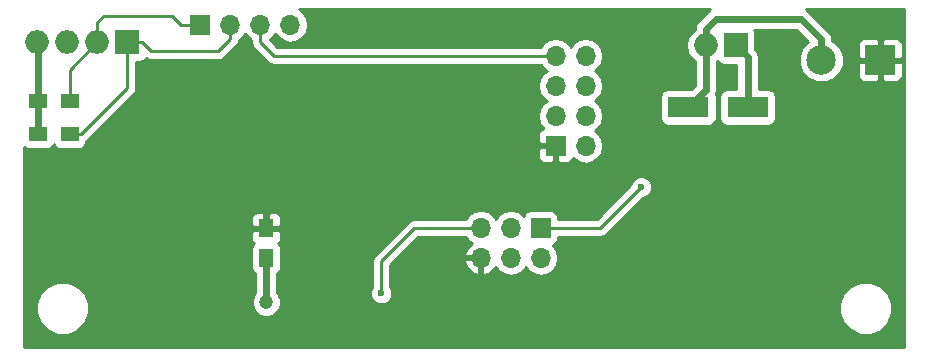
<source format=gbr>
G04 #@! TF.FileFunction,Copper,L2,Bot,Signal*
%FSLAX46Y46*%
G04 Gerber Fmt 4.6, Leading zero omitted, Abs format (unit mm)*
G04 Created by KiCad (PCBNEW 4.0.6-e0-6349~53~ubuntu16.04.1) date Tue Jun 20 20:26:24 2017*
%MOMM*%
%LPD*%
G01*
G04 APERTURE LIST*
%ADD10C,0.100000*%
%ADD11R,1.700000X1.700000*%
%ADD12O,1.700000X1.700000*%
%ADD13O,1.998980X1.998980*%
%ADD14R,1.998980X1.998980*%
%ADD15R,1.250000X1.500000*%
%ADD16R,1.500000X1.300000*%
%ADD17R,3.500000X1.800000*%
%ADD18R,2.500000X2.500000*%
%ADD19C,2.500000*%
%ADD20C,1.200000*%
%ADD21C,0.600000*%
%ADD22C,0.600000*%
%ADD23C,0.250000*%
%ADD24C,0.254000*%
G04 APERTURE END LIST*
D10*
D11*
X98750000Y-81250000D03*
D12*
X98750000Y-78710000D03*
X98750000Y-76170000D03*
X98750000Y-73630000D03*
X101290000Y-81250000D03*
X101290000Y-78710000D03*
X101290000Y-76170000D03*
X101290000Y-73630000D03*
D13*
X111460000Y-72750000D03*
D14*
X114000000Y-72750000D03*
D15*
X74250000Y-90750000D03*
X74250000Y-88250000D03*
D11*
X97500000Y-88210000D03*
D12*
X97500000Y-90750000D03*
X94960000Y-88210000D03*
X94960000Y-90750000D03*
X92420000Y-88210000D03*
X92420000Y-90750000D03*
D11*
X68670000Y-71000000D03*
D12*
X71210000Y-71000000D03*
X73750000Y-71000000D03*
X76290000Y-71000000D03*
D16*
X57600000Y-80250000D03*
X54900000Y-80250000D03*
X57600000Y-77500000D03*
X54900000Y-77500000D03*
D17*
X110000000Y-78000000D03*
X115000000Y-78000000D03*
D18*
X126250000Y-74000000D03*
D19*
X121250000Y-74000000D03*
D13*
X54880000Y-72500000D03*
D14*
X62500000Y-72500000D03*
D13*
X59960000Y-72500000D03*
X57420000Y-72500000D03*
D20*
X59000000Y-82250000D03*
X74250000Y-84250000D03*
X74250000Y-94500000D03*
D21*
X106000000Y-84750000D03*
X84000000Y-93750000D03*
D22*
X74250000Y-88250000D02*
X74250000Y-84250000D01*
X74250000Y-90750000D02*
X74250000Y-94500000D01*
X54900000Y-80250000D02*
X54900000Y-77500000D01*
X54900000Y-77500000D02*
X54900000Y-72520000D01*
X54900000Y-72520000D02*
X54880000Y-72500000D01*
D23*
X97500000Y-88210000D02*
X102540000Y-88210000D01*
X102540000Y-88210000D02*
X106000000Y-84750000D01*
X59960000Y-72500000D02*
X59960000Y-70790000D01*
X59960000Y-70790000D02*
X60500000Y-70250000D01*
X60500000Y-70250000D02*
X66250000Y-70250000D01*
X66250000Y-70250000D02*
X67000000Y-71000000D01*
X67000000Y-71000000D02*
X68670000Y-71000000D01*
X57600000Y-77500000D02*
X57600000Y-74860000D01*
X57600000Y-74860000D02*
X59960000Y-72500000D01*
X62500000Y-72500000D02*
X63749490Y-72500000D01*
X63749490Y-72500000D02*
X64499490Y-73250000D01*
X64499490Y-73250000D02*
X70162081Y-73250000D01*
X70162081Y-73250000D02*
X71210000Y-72202081D01*
X71210000Y-72202081D02*
X71210000Y-71000000D01*
X71210000Y-71000000D02*
X71210000Y-71710000D01*
X57600000Y-80250000D02*
X58600000Y-80250000D01*
X58600000Y-80250000D02*
X62500000Y-76350000D01*
X62500000Y-76350000D02*
X62500000Y-73749490D01*
X62500000Y-73749490D02*
X62500000Y-72500000D01*
X84000000Y-93750000D02*
X84000000Y-91000000D01*
X84000000Y-91000000D02*
X86790000Y-88210000D01*
X86790000Y-88210000D02*
X92420000Y-88210000D01*
D22*
X111460000Y-72750000D02*
X111460000Y-71336508D01*
X111460000Y-71336508D02*
X112296508Y-70500000D01*
X112296508Y-70500000D02*
X119500000Y-70500000D01*
X119500000Y-70500000D02*
X121250000Y-72250000D01*
X121250000Y-72250000D02*
X121250000Y-74000000D01*
X111460000Y-72750000D02*
X111460000Y-76540000D01*
X111460000Y-76540000D02*
X110000000Y-78000000D01*
D23*
X73750000Y-71000000D02*
X73750000Y-72500000D01*
X73750000Y-72500000D02*
X74880000Y-73630000D01*
X74880000Y-73630000D02*
X98750000Y-73630000D01*
D22*
X115000000Y-78000000D02*
X115000000Y-73750000D01*
X115000000Y-73750000D02*
X114000000Y-72750000D01*
D24*
G36*
X111635363Y-69838855D02*
X110798855Y-70675363D01*
X110596173Y-70978699D01*
X110525000Y-71336508D01*
X110525000Y-71425338D01*
X110272219Y-71594241D01*
X109917906Y-72124508D01*
X109793488Y-72750000D01*
X109917906Y-73375492D01*
X110272219Y-73905759D01*
X110525000Y-74074662D01*
X110525000Y-76152710D01*
X110225150Y-76452560D01*
X108250000Y-76452560D01*
X108014683Y-76496838D01*
X107798559Y-76635910D01*
X107653569Y-76848110D01*
X107602560Y-77100000D01*
X107602560Y-78900000D01*
X107646838Y-79135317D01*
X107785910Y-79351441D01*
X107998110Y-79496431D01*
X108250000Y-79547440D01*
X111750000Y-79547440D01*
X111985317Y-79503162D01*
X112201441Y-79364090D01*
X112346431Y-79151890D01*
X112397440Y-78900000D01*
X112397440Y-77100000D01*
X112353162Y-76864683D01*
X112335787Y-76837682D01*
X112395000Y-76540000D01*
X112395000Y-74074662D01*
X112437077Y-74046547D01*
X112536420Y-74200931D01*
X112748620Y-74345921D01*
X113000510Y-74396930D01*
X114065000Y-74396930D01*
X114065000Y-76452560D01*
X113250000Y-76452560D01*
X113014683Y-76496838D01*
X112798559Y-76635910D01*
X112653569Y-76848110D01*
X112602560Y-77100000D01*
X112602560Y-78900000D01*
X112646838Y-79135317D01*
X112785910Y-79351441D01*
X112998110Y-79496431D01*
X113250000Y-79547440D01*
X116750000Y-79547440D01*
X116985317Y-79503162D01*
X117201441Y-79364090D01*
X117346431Y-79151890D01*
X117397440Y-78900000D01*
X117397440Y-77100000D01*
X117353162Y-76864683D01*
X117214090Y-76648559D01*
X117001890Y-76503569D01*
X116750000Y-76452560D01*
X115935000Y-76452560D01*
X115935000Y-73750005D01*
X115935001Y-73750000D01*
X115863827Y-73392192D01*
X115863827Y-73392191D01*
X115661145Y-73088855D01*
X115646930Y-73074640D01*
X115646930Y-71750510D01*
X115602652Y-71515193D01*
X115551049Y-71435000D01*
X119112710Y-71435000D01*
X120131145Y-72453435D01*
X119652907Y-72930839D01*
X119365328Y-73623405D01*
X119364674Y-74373305D01*
X119651043Y-75066372D01*
X120180839Y-75597093D01*
X120873405Y-75884672D01*
X121623305Y-75885326D01*
X122316372Y-75598957D01*
X122847093Y-75069161D01*
X123134672Y-74376595D01*
X123134751Y-74285750D01*
X124365000Y-74285750D01*
X124365000Y-75376310D01*
X124461673Y-75609699D01*
X124640302Y-75788327D01*
X124873691Y-75885000D01*
X125964250Y-75885000D01*
X126123000Y-75726250D01*
X126123000Y-74127000D01*
X126377000Y-74127000D01*
X126377000Y-75726250D01*
X126535750Y-75885000D01*
X127626309Y-75885000D01*
X127859698Y-75788327D01*
X128038327Y-75609699D01*
X128135000Y-75376310D01*
X128135000Y-74285750D01*
X127976250Y-74127000D01*
X126377000Y-74127000D01*
X126123000Y-74127000D01*
X124523750Y-74127000D01*
X124365000Y-74285750D01*
X123134751Y-74285750D01*
X123135326Y-73626695D01*
X122848957Y-72933628D01*
X122539560Y-72623690D01*
X124365000Y-72623690D01*
X124365000Y-73714250D01*
X124523750Y-73873000D01*
X126123000Y-73873000D01*
X126123000Y-72273750D01*
X126377000Y-72273750D01*
X126377000Y-73873000D01*
X127976250Y-73873000D01*
X128135000Y-73714250D01*
X128135000Y-72623690D01*
X128038327Y-72390301D01*
X127859698Y-72211673D01*
X127626309Y-72115000D01*
X126535750Y-72115000D01*
X126377000Y-72273750D01*
X126123000Y-72273750D01*
X125964250Y-72115000D01*
X124873691Y-72115000D01*
X124640302Y-72211673D01*
X124461673Y-72390301D01*
X124365000Y-72623690D01*
X122539560Y-72623690D01*
X122319161Y-72402907D01*
X122185000Y-72347198D01*
X122185000Y-72250000D01*
X122113827Y-71892191D01*
X121911145Y-71588855D01*
X120161145Y-69838855D01*
X119968299Y-69710000D01*
X128290000Y-69710000D01*
X128290000Y-98290000D01*
X53710000Y-98290000D01*
X53710000Y-95442619D01*
X54764613Y-95442619D01*
X55104155Y-96264372D01*
X55732321Y-96893636D01*
X56553481Y-97234611D01*
X57442619Y-97235387D01*
X58264372Y-96895845D01*
X58893636Y-96267679D01*
X59234611Y-95446519D01*
X59235387Y-94557381D01*
X58895845Y-93735628D01*
X58267679Y-93106364D01*
X57446519Y-92765389D01*
X56557381Y-92764613D01*
X55735628Y-93104155D01*
X55106364Y-93732321D01*
X54765389Y-94553481D01*
X54764613Y-95442619D01*
X53710000Y-95442619D01*
X53710000Y-90000000D01*
X72977560Y-90000000D01*
X72977560Y-91500000D01*
X73021838Y-91735317D01*
X73160910Y-91951441D01*
X73315000Y-92056726D01*
X73315000Y-93688338D01*
X73203629Y-93799515D01*
X73015215Y-94253266D01*
X73014786Y-94744579D01*
X73202408Y-95198657D01*
X73549515Y-95546371D01*
X74003266Y-95734785D01*
X74494579Y-95735214D01*
X74948657Y-95547592D01*
X75053813Y-95442619D01*
X122764613Y-95442619D01*
X123104155Y-96264372D01*
X123732321Y-96893636D01*
X124553481Y-97234611D01*
X125442619Y-97235387D01*
X126264372Y-96895845D01*
X126893636Y-96267679D01*
X127234611Y-95446519D01*
X127235387Y-94557381D01*
X126895845Y-93735628D01*
X126267679Y-93106364D01*
X125446519Y-92765389D01*
X124557381Y-92764613D01*
X123735628Y-93104155D01*
X123106364Y-93732321D01*
X122765389Y-94553481D01*
X122764613Y-95442619D01*
X75053813Y-95442619D01*
X75296371Y-95200485D01*
X75484785Y-94746734D01*
X75485214Y-94255421D01*
X75352888Y-93935167D01*
X83064838Y-93935167D01*
X83206883Y-94278943D01*
X83469673Y-94542192D01*
X83813201Y-94684838D01*
X84185167Y-94685162D01*
X84528943Y-94543117D01*
X84792192Y-94280327D01*
X84934838Y-93936799D01*
X84935162Y-93564833D01*
X84793117Y-93221057D01*
X84760000Y-93187882D01*
X84760000Y-91314802D01*
X84967910Y-91106892D01*
X90978514Y-91106892D01*
X91224817Y-91631358D01*
X91653076Y-92021645D01*
X92063110Y-92191476D01*
X92293000Y-92070155D01*
X92293000Y-90877000D01*
X91099181Y-90877000D01*
X90978514Y-91106892D01*
X84967910Y-91106892D01*
X87104802Y-88970000D01*
X91156699Y-88970000D01*
X91369946Y-89289147D01*
X91653101Y-89478345D01*
X91653076Y-89478355D01*
X91224817Y-89868642D01*
X90978514Y-90393108D01*
X91099181Y-90623000D01*
X92293000Y-90623000D01*
X92293000Y-90603000D01*
X92547000Y-90603000D01*
X92547000Y-90623000D01*
X92567000Y-90623000D01*
X92567000Y-90877000D01*
X92547000Y-90877000D01*
X92547000Y-92070155D01*
X92776890Y-92191476D01*
X93186924Y-92021645D01*
X93615183Y-91631358D01*
X93682298Y-91488447D01*
X93909946Y-91829147D01*
X94391715Y-92151054D01*
X94960000Y-92264093D01*
X95528285Y-92151054D01*
X96010054Y-91829147D01*
X96230000Y-91499974D01*
X96449946Y-91829147D01*
X96931715Y-92151054D01*
X97500000Y-92264093D01*
X98068285Y-92151054D01*
X98550054Y-91829147D01*
X98871961Y-91347378D01*
X98985000Y-90779093D01*
X98985000Y-90720907D01*
X98871961Y-90152622D01*
X98550054Y-89670853D01*
X98548821Y-89670029D01*
X98585317Y-89663162D01*
X98801441Y-89524090D01*
X98946431Y-89311890D01*
X98997440Y-89060000D01*
X98997440Y-88970000D01*
X102540000Y-88970000D01*
X102830839Y-88912148D01*
X103077401Y-88747401D01*
X106139680Y-85685122D01*
X106185167Y-85685162D01*
X106528943Y-85543117D01*
X106792192Y-85280327D01*
X106934838Y-84936799D01*
X106935162Y-84564833D01*
X106793117Y-84221057D01*
X106530327Y-83957808D01*
X106186799Y-83815162D01*
X105814833Y-83814838D01*
X105471057Y-83956883D01*
X105207808Y-84219673D01*
X105065162Y-84563201D01*
X105065121Y-84610077D01*
X102225198Y-87450000D01*
X98997440Y-87450000D01*
X98997440Y-87360000D01*
X98953162Y-87124683D01*
X98814090Y-86908559D01*
X98601890Y-86763569D01*
X98350000Y-86712560D01*
X96650000Y-86712560D01*
X96414683Y-86756838D01*
X96198559Y-86895910D01*
X96053569Y-87108110D01*
X96039914Y-87175541D01*
X96010054Y-87130853D01*
X95528285Y-86808946D01*
X94960000Y-86695907D01*
X94391715Y-86808946D01*
X93909946Y-87130853D01*
X93690000Y-87460026D01*
X93470054Y-87130853D01*
X92988285Y-86808946D01*
X92420000Y-86695907D01*
X91851715Y-86808946D01*
X91369946Y-87130853D01*
X91156699Y-87450000D01*
X86790000Y-87450000D01*
X86499161Y-87507852D01*
X86252599Y-87672599D01*
X83462599Y-90462599D01*
X83297852Y-90709161D01*
X83240000Y-91000000D01*
X83240000Y-93187537D01*
X83207808Y-93219673D01*
X83065162Y-93563201D01*
X83064838Y-93935167D01*
X75352888Y-93935167D01*
X75297592Y-93801343D01*
X75185000Y-93688554D01*
X75185000Y-92055105D01*
X75326441Y-91964090D01*
X75471431Y-91751890D01*
X75522440Y-91500000D01*
X75522440Y-90000000D01*
X75478162Y-89764683D01*
X75339090Y-89548559D01*
X75270994Y-89502031D01*
X75413327Y-89359698D01*
X75510000Y-89126309D01*
X75510000Y-88535750D01*
X75351250Y-88377000D01*
X74377000Y-88377000D01*
X74377000Y-88397000D01*
X74123000Y-88397000D01*
X74123000Y-88377000D01*
X73148750Y-88377000D01*
X72990000Y-88535750D01*
X72990000Y-89126309D01*
X73086673Y-89359698D01*
X73227910Y-89500936D01*
X73173559Y-89535910D01*
X73028569Y-89748110D01*
X72977560Y-90000000D01*
X53710000Y-90000000D01*
X53710000Y-87373691D01*
X72990000Y-87373691D01*
X72990000Y-87964250D01*
X73148750Y-88123000D01*
X74123000Y-88123000D01*
X74123000Y-87023750D01*
X74377000Y-87023750D01*
X74377000Y-88123000D01*
X75351250Y-88123000D01*
X75510000Y-87964250D01*
X75510000Y-87373691D01*
X75413327Y-87140302D01*
X75234699Y-86961673D01*
X75001310Y-86865000D01*
X74535750Y-86865000D01*
X74377000Y-87023750D01*
X74123000Y-87023750D01*
X73964250Y-86865000D01*
X73498690Y-86865000D01*
X73265301Y-86961673D01*
X73086673Y-87140302D01*
X72990000Y-87373691D01*
X53710000Y-87373691D01*
X53710000Y-81367901D01*
X53898110Y-81496431D01*
X54150000Y-81547440D01*
X55650000Y-81547440D01*
X55885317Y-81503162D01*
X56101441Y-81364090D01*
X56246431Y-81151890D01*
X56249081Y-81138803D01*
X56385910Y-81351441D01*
X56598110Y-81496431D01*
X56850000Y-81547440D01*
X58350000Y-81547440D01*
X58412126Y-81535750D01*
X97265000Y-81535750D01*
X97265000Y-82226309D01*
X97361673Y-82459698D01*
X97540301Y-82638327D01*
X97773690Y-82735000D01*
X98464250Y-82735000D01*
X98623000Y-82576250D01*
X98623000Y-81377000D01*
X97423750Y-81377000D01*
X97265000Y-81535750D01*
X58412126Y-81535750D01*
X58585317Y-81503162D01*
X58801441Y-81364090D01*
X58946431Y-81151890D01*
X58997440Y-80900000D01*
X58997440Y-80880920D01*
X59137401Y-80787401D01*
X63037401Y-76887401D01*
X63202148Y-76640839D01*
X63260000Y-76350000D01*
X63260000Y-74146930D01*
X63499490Y-74146930D01*
X63734807Y-74102652D01*
X63950931Y-73963580D01*
X64037074Y-73837505D01*
X64208650Y-73952148D01*
X64499490Y-74010000D01*
X70162081Y-74010000D01*
X70452920Y-73952148D01*
X70699482Y-73787401D01*
X71747401Y-72739482D01*
X71912148Y-72492921D01*
X71953741Y-72283818D01*
X72260054Y-72079147D01*
X72480000Y-71749974D01*
X72699946Y-72079147D01*
X72990000Y-72272954D01*
X72990000Y-72500000D01*
X73047852Y-72790839D01*
X73212599Y-73037401D01*
X74342599Y-74167401D01*
X74589160Y-74332148D01*
X74880000Y-74390000D01*
X97486699Y-74390000D01*
X97699946Y-74709147D01*
X97985578Y-74900000D01*
X97699946Y-75090853D01*
X97378039Y-75572622D01*
X97265000Y-76140907D01*
X97265000Y-76199093D01*
X97378039Y-76767378D01*
X97699946Y-77249147D01*
X97985578Y-77440000D01*
X97699946Y-77630853D01*
X97378039Y-78112622D01*
X97265000Y-78680907D01*
X97265000Y-78739093D01*
X97378039Y-79307378D01*
X97699946Y-79789147D01*
X97705858Y-79793097D01*
X97540301Y-79861673D01*
X97361673Y-80040302D01*
X97265000Y-80273691D01*
X97265000Y-80964250D01*
X97423750Y-81123000D01*
X98623000Y-81123000D01*
X98623000Y-81103000D01*
X98877000Y-81103000D01*
X98877000Y-81123000D01*
X98897000Y-81123000D01*
X98897000Y-81377000D01*
X98877000Y-81377000D01*
X98877000Y-82576250D01*
X99035750Y-82735000D01*
X99726310Y-82735000D01*
X99959699Y-82638327D01*
X100138327Y-82459698D01*
X100210597Y-82285223D01*
X100239946Y-82329147D01*
X100721715Y-82651054D01*
X101290000Y-82764093D01*
X101858285Y-82651054D01*
X102340054Y-82329147D01*
X102661961Y-81847378D01*
X102775000Y-81279093D01*
X102775000Y-81220907D01*
X102661961Y-80652622D01*
X102340054Y-80170853D01*
X102054422Y-79980000D01*
X102340054Y-79789147D01*
X102661961Y-79307378D01*
X102775000Y-78739093D01*
X102775000Y-78680907D01*
X102661961Y-78112622D01*
X102340054Y-77630853D01*
X102054422Y-77440000D01*
X102340054Y-77249147D01*
X102661961Y-76767378D01*
X102775000Y-76199093D01*
X102775000Y-76140907D01*
X102661961Y-75572622D01*
X102340054Y-75090853D01*
X102054422Y-74900000D01*
X102340054Y-74709147D01*
X102661961Y-74227378D01*
X102775000Y-73659093D01*
X102775000Y-73600907D01*
X102661961Y-73032622D01*
X102340054Y-72550853D01*
X101858285Y-72228946D01*
X101290000Y-72115907D01*
X100721715Y-72228946D01*
X100239946Y-72550853D01*
X100020000Y-72880026D01*
X99800054Y-72550853D01*
X99318285Y-72228946D01*
X98750000Y-72115907D01*
X98181715Y-72228946D01*
X97699946Y-72550853D01*
X97486699Y-72870000D01*
X75194802Y-72870000D01*
X74562606Y-72237804D01*
X74800054Y-72079147D01*
X75020000Y-71749974D01*
X75239946Y-72079147D01*
X75721715Y-72401054D01*
X76290000Y-72514093D01*
X76858285Y-72401054D01*
X77340054Y-72079147D01*
X77661961Y-71597378D01*
X77775000Y-71029093D01*
X77775000Y-70970907D01*
X77661961Y-70402622D01*
X77340054Y-69920853D01*
X77024489Y-69710000D01*
X111828209Y-69710000D01*
X111635363Y-69838855D01*
X111635363Y-69838855D01*
G37*
X111635363Y-69838855D02*
X110798855Y-70675363D01*
X110596173Y-70978699D01*
X110525000Y-71336508D01*
X110525000Y-71425338D01*
X110272219Y-71594241D01*
X109917906Y-72124508D01*
X109793488Y-72750000D01*
X109917906Y-73375492D01*
X110272219Y-73905759D01*
X110525000Y-74074662D01*
X110525000Y-76152710D01*
X110225150Y-76452560D01*
X108250000Y-76452560D01*
X108014683Y-76496838D01*
X107798559Y-76635910D01*
X107653569Y-76848110D01*
X107602560Y-77100000D01*
X107602560Y-78900000D01*
X107646838Y-79135317D01*
X107785910Y-79351441D01*
X107998110Y-79496431D01*
X108250000Y-79547440D01*
X111750000Y-79547440D01*
X111985317Y-79503162D01*
X112201441Y-79364090D01*
X112346431Y-79151890D01*
X112397440Y-78900000D01*
X112397440Y-77100000D01*
X112353162Y-76864683D01*
X112335787Y-76837682D01*
X112395000Y-76540000D01*
X112395000Y-74074662D01*
X112437077Y-74046547D01*
X112536420Y-74200931D01*
X112748620Y-74345921D01*
X113000510Y-74396930D01*
X114065000Y-74396930D01*
X114065000Y-76452560D01*
X113250000Y-76452560D01*
X113014683Y-76496838D01*
X112798559Y-76635910D01*
X112653569Y-76848110D01*
X112602560Y-77100000D01*
X112602560Y-78900000D01*
X112646838Y-79135317D01*
X112785910Y-79351441D01*
X112998110Y-79496431D01*
X113250000Y-79547440D01*
X116750000Y-79547440D01*
X116985317Y-79503162D01*
X117201441Y-79364090D01*
X117346431Y-79151890D01*
X117397440Y-78900000D01*
X117397440Y-77100000D01*
X117353162Y-76864683D01*
X117214090Y-76648559D01*
X117001890Y-76503569D01*
X116750000Y-76452560D01*
X115935000Y-76452560D01*
X115935000Y-73750005D01*
X115935001Y-73750000D01*
X115863827Y-73392192D01*
X115863827Y-73392191D01*
X115661145Y-73088855D01*
X115646930Y-73074640D01*
X115646930Y-71750510D01*
X115602652Y-71515193D01*
X115551049Y-71435000D01*
X119112710Y-71435000D01*
X120131145Y-72453435D01*
X119652907Y-72930839D01*
X119365328Y-73623405D01*
X119364674Y-74373305D01*
X119651043Y-75066372D01*
X120180839Y-75597093D01*
X120873405Y-75884672D01*
X121623305Y-75885326D01*
X122316372Y-75598957D01*
X122847093Y-75069161D01*
X123134672Y-74376595D01*
X123134751Y-74285750D01*
X124365000Y-74285750D01*
X124365000Y-75376310D01*
X124461673Y-75609699D01*
X124640302Y-75788327D01*
X124873691Y-75885000D01*
X125964250Y-75885000D01*
X126123000Y-75726250D01*
X126123000Y-74127000D01*
X126377000Y-74127000D01*
X126377000Y-75726250D01*
X126535750Y-75885000D01*
X127626309Y-75885000D01*
X127859698Y-75788327D01*
X128038327Y-75609699D01*
X128135000Y-75376310D01*
X128135000Y-74285750D01*
X127976250Y-74127000D01*
X126377000Y-74127000D01*
X126123000Y-74127000D01*
X124523750Y-74127000D01*
X124365000Y-74285750D01*
X123134751Y-74285750D01*
X123135326Y-73626695D01*
X122848957Y-72933628D01*
X122539560Y-72623690D01*
X124365000Y-72623690D01*
X124365000Y-73714250D01*
X124523750Y-73873000D01*
X126123000Y-73873000D01*
X126123000Y-72273750D01*
X126377000Y-72273750D01*
X126377000Y-73873000D01*
X127976250Y-73873000D01*
X128135000Y-73714250D01*
X128135000Y-72623690D01*
X128038327Y-72390301D01*
X127859698Y-72211673D01*
X127626309Y-72115000D01*
X126535750Y-72115000D01*
X126377000Y-72273750D01*
X126123000Y-72273750D01*
X125964250Y-72115000D01*
X124873691Y-72115000D01*
X124640302Y-72211673D01*
X124461673Y-72390301D01*
X124365000Y-72623690D01*
X122539560Y-72623690D01*
X122319161Y-72402907D01*
X122185000Y-72347198D01*
X122185000Y-72250000D01*
X122113827Y-71892191D01*
X121911145Y-71588855D01*
X120161145Y-69838855D01*
X119968299Y-69710000D01*
X128290000Y-69710000D01*
X128290000Y-98290000D01*
X53710000Y-98290000D01*
X53710000Y-95442619D01*
X54764613Y-95442619D01*
X55104155Y-96264372D01*
X55732321Y-96893636D01*
X56553481Y-97234611D01*
X57442619Y-97235387D01*
X58264372Y-96895845D01*
X58893636Y-96267679D01*
X59234611Y-95446519D01*
X59235387Y-94557381D01*
X58895845Y-93735628D01*
X58267679Y-93106364D01*
X57446519Y-92765389D01*
X56557381Y-92764613D01*
X55735628Y-93104155D01*
X55106364Y-93732321D01*
X54765389Y-94553481D01*
X54764613Y-95442619D01*
X53710000Y-95442619D01*
X53710000Y-90000000D01*
X72977560Y-90000000D01*
X72977560Y-91500000D01*
X73021838Y-91735317D01*
X73160910Y-91951441D01*
X73315000Y-92056726D01*
X73315000Y-93688338D01*
X73203629Y-93799515D01*
X73015215Y-94253266D01*
X73014786Y-94744579D01*
X73202408Y-95198657D01*
X73549515Y-95546371D01*
X74003266Y-95734785D01*
X74494579Y-95735214D01*
X74948657Y-95547592D01*
X75053813Y-95442619D01*
X122764613Y-95442619D01*
X123104155Y-96264372D01*
X123732321Y-96893636D01*
X124553481Y-97234611D01*
X125442619Y-97235387D01*
X126264372Y-96895845D01*
X126893636Y-96267679D01*
X127234611Y-95446519D01*
X127235387Y-94557381D01*
X126895845Y-93735628D01*
X126267679Y-93106364D01*
X125446519Y-92765389D01*
X124557381Y-92764613D01*
X123735628Y-93104155D01*
X123106364Y-93732321D01*
X122765389Y-94553481D01*
X122764613Y-95442619D01*
X75053813Y-95442619D01*
X75296371Y-95200485D01*
X75484785Y-94746734D01*
X75485214Y-94255421D01*
X75352888Y-93935167D01*
X83064838Y-93935167D01*
X83206883Y-94278943D01*
X83469673Y-94542192D01*
X83813201Y-94684838D01*
X84185167Y-94685162D01*
X84528943Y-94543117D01*
X84792192Y-94280327D01*
X84934838Y-93936799D01*
X84935162Y-93564833D01*
X84793117Y-93221057D01*
X84760000Y-93187882D01*
X84760000Y-91314802D01*
X84967910Y-91106892D01*
X90978514Y-91106892D01*
X91224817Y-91631358D01*
X91653076Y-92021645D01*
X92063110Y-92191476D01*
X92293000Y-92070155D01*
X92293000Y-90877000D01*
X91099181Y-90877000D01*
X90978514Y-91106892D01*
X84967910Y-91106892D01*
X87104802Y-88970000D01*
X91156699Y-88970000D01*
X91369946Y-89289147D01*
X91653101Y-89478345D01*
X91653076Y-89478355D01*
X91224817Y-89868642D01*
X90978514Y-90393108D01*
X91099181Y-90623000D01*
X92293000Y-90623000D01*
X92293000Y-90603000D01*
X92547000Y-90603000D01*
X92547000Y-90623000D01*
X92567000Y-90623000D01*
X92567000Y-90877000D01*
X92547000Y-90877000D01*
X92547000Y-92070155D01*
X92776890Y-92191476D01*
X93186924Y-92021645D01*
X93615183Y-91631358D01*
X93682298Y-91488447D01*
X93909946Y-91829147D01*
X94391715Y-92151054D01*
X94960000Y-92264093D01*
X95528285Y-92151054D01*
X96010054Y-91829147D01*
X96230000Y-91499974D01*
X96449946Y-91829147D01*
X96931715Y-92151054D01*
X97500000Y-92264093D01*
X98068285Y-92151054D01*
X98550054Y-91829147D01*
X98871961Y-91347378D01*
X98985000Y-90779093D01*
X98985000Y-90720907D01*
X98871961Y-90152622D01*
X98550054Y-89670853D01*
X98548821Y-89670029D01*
X98585317Y-89663162D01*
X98801441Y-89524090D01*
X98946431Y-89311890D01*
X98997440Y-89060000D01*
X98997440Y-88970000D01*
X102540000Y-88970000D01*
X102830839Y-88912148D01*
X103077401Y-88747401D01*
X106139680Y-85685122D01*
X106185167Y-85685162D01*
X106528943Y-85543117D01*
X106792192Y-85280327D01*
X106934838Y-84936799D01*
X106935162Y-84564833D01*
X106793117Y-84221057D01*
X106530327Y-83957808D01*
X106186799Y-83815162D01*
X105814833Y-83814838D01*
X105471057Y-83956883D01*
X105207808Y-84219673D01*
X105065162Y-84563201D01*
X105065121Y-84610077D01*
X102225198Y-87450000D01*
X98997440Y-87450000D01*
X98997440Y-87360000D01*
X98953162Y-87124683D01*
X98814090Y-86908559D01*
X98601890Y-86763569D01*
X98350000Y-86712560D01*
X96650000Y-86712560D01*
X96414683Y-86756838D01*
X96198559Y-86895910D01*
X96053569Y-87108110D01*
X96039914Y-87175541D01*
X96010054Y-87130853D01*
X95528285Y-86808946D01*
X94960000Y-86695907D01*
X94391715Y-86808946D01*
X93909946Y-87130853D01*
X93690000Y-87460026D01*
X93470054Y-87130853D01*
X92988285Y-86808946D01*
X92420000Y-86695907D01*
X91851715Y-86808946D01*
X91369946Y-87130853D01*
X91156699Y-87450000D01*
X86790000Y-87450000D01*
X86499161Y-87507852D01*
X86252599Y-87672599D01*
X83462599Y-90462599D01*
X83297852Y-90709161D01*
X83240000Y-91000000D01*
X83240000Y-93187537D01*
X83207808Y-93219673D01*
X83065162Y-93563201D01*
X83064838Y-93935167D01*
X75352888Y-93935167D01*
X75297592Y-93801343D01*
X75185000Y-93688554D01*
X75185000Y-92055105D01*
X75326441Y-91964090D01*
X75471431Y-91751890D01*
X75522440Y-91500000D01*
X75522440Y-90000000D01*
X75478162Y-89764683D01*
X75339090Y-89548559D01*
X75270994Y-89502031D01*
X75413327Y-89359698D01*
X75510000Y-89126309D01*
X75510000Y-88535750D01*
X75351250Y-88377000D01*
X74377000Y-88377000D01*
X74377000Y-88397000D01*
X74123000Y-88397000D01*
X74123000Y-88377000D01*
X73148750Y-88377000D01*
X72990000Y-88535750D01*
X72990000Y-89126309D01*
X73086673Y-89359698D01*
X73227910Y-89500936D01*
X73173559Y-89535910D01*
X73028569Y-89748110D01*
X72977560Y-90000000D01*
X53710000Y-90000000D01*
X53710000Y-87373691D01*
X72990000Y-87373691D01*
X72990000Y-87964250D01*
X73148750Y-88123000D01*
X74123000Y-88123000D01*
X74123000Y-87023750D01*
X74377000Y-87023750D01*
X74377000Y-88123000D01*
X75351250Y-88123000D01*
X75510000Y-87964250D01*
X75510000Y-87373691D01*
X75413327Y-87140302D01*
X75234699Y-86961673D01*
X75001310Y-86865000D01*
X74535750Y-86865000D01*
X74377000Y-87023750D01*
X74123000Y-87023750D01*
X73964250Y-86865000D01*
X73498690Y-86865000D01*
X73265301Y-86961673D01*
X73086673Y-87140302D01*
X72990000Y-87373691D01*
X53710000Y-87373691D01*
X53710000Y-81367901D01*
X53898110Y-81496431D01*
X54150000Y-81547440D01*
X55650000Y-81547440D01*
X55885317Y-81503162D01*
X56101441Y-81364090D01*
X56246431Y-81151890D01*
X56249081Y-81138803D01*
X56385910Y-81351441D01*
X56598110Y-81496431D01*
X56850000Y-81547440D01*
X58350000Y-81547440D01*
X58412126Y-81535750D01*
X97265000Y-81535750D01*
X97265000Y-82226309D01*
X97361673Y-82459698D01*
X97540301Y-82638327D01*
X97773690Y-82735000D01*
X98464250Y-82735000D01*
X98623000Y-82576250D01*
X98623000Y-81377000D01*
X97423750Y-81377000D01*
X97265000Y-81535750D01*
X58412126Y-81535750D01*
X58585317Y-81503162D01*
X58801441Y-81364090D01*
X58946431Y-81151890D01*
X58997440Y-80900000D01*
X58997440Y-80880920D01*
X59137401Y-80787401D01*
X63037401Y-76887401D01*
X63202148Y-76640839D01*
X63260000Y-76350000D01*
X63260000Y-74146930D01*
X63499490Y-74146930D01*
X63734807Y-74102652D01*
X63950931Y-73963580D01*
X64037074Y-73837505D01*
X64208650Y-73952148D01*
X64499490Y-74010000D01*
X70162081Y-74010000D01*
X70452920Y-73952148D01*
X70699482Y-73787401D01*
X71747401Y-72739482D01*
X71912148Y-72492921D01*
X71953741Y-72283818D01*
X72260054Y-72079147D01*
X72480000Y-71749974D01*
X72699946Y-72079147D01*
X72990000Y-72272954D01*
X72990000Y-72500000D01*
X73047852Y-72790839D01*
X73212599Y-73037401D01*
X74342599Y-74167401D01*
X74589160Y-74332148D01*
X74880000Y-74390000D01*
X97486699Y-74390000D01*
X97699946Y-74709147D01*
X97985578Y-74900000D01*
X97699946Y-75090853D01*
X97378039Y-75572622D01*
X97265000Y-76140907D01*
X97265000Y-76199093D01*
X97378039Y-76767378D01*
X97699946Y-77249147D01*
X97985578Y-77440000D01*
X97699946Y-77630853D01*
X97378039Y-78112622D01*
X97265000Y-78680907D01*
X97265000Y-78739093D01*
X97378039Y-79307378D01*
X97699946Y-79789147D01*
X97705858Y-79793097D01*
X97540301Y-79861673D01*
X97361673Y-80040302D01*
X97265000Y-80273691D01*
X97265000Y-80964250D01*
X97423750Y-81123000D01*
X98623000Y-81123000D01*
X98623000Y-81103000D01*
X98877000Y-81103000D01*
X98877000Y-81123000D01*
X98897000Y-81123000D01*
X98897000Y-81377000D01*
X98877000Y-81377000D01*
X98877000Y-82576250D01*
X99035750Y-82735000D01*
X99726310Y-82735000D01*
X99959699Y-82638327D01*
X100138327Y-82459698D01*
X100210597Y-82285223D01*
X100239946Y-82329147D01*
X100721715Y-82651054D01*
X101290000Y-82764093D01*
X101858285Y-82651054D01*
X102340054Y-82329147D01*
X102661961Y-81847378D01*
X102775000Y-81279093D01*
X102775000Y-81220907D01*
X102661961Y-80652622D01*
X102340054Y-80170853D01*
X102054422Y-79980000D01*
X102340054Y-79789147D01*
X102661961Y-79307378D01*
X102775000Y-78739093D01*
X102775000Y-78680907D01*
X102661961Y-78112622D01*
X102340054Y-77630853D01*
X102054422Y-77440000D01*
X102340054Y-77249147D01*
X102661961Y-76767378D01*
X102775000Y-76199093D01*
X102775000Y-76140907D01*
X102661961Y-75572622D01*
X102340054Y-75090853D01*
X102054422Y-74900000D01*
X102340054Y-74709147D01*
X102661961Y-74227378D01*
X102775000Y-73659093D01*
X102775000Y-73600907D01*
X102661961Y-73032622D01*
X102340054Y-72550853D01*
X101858285Y-72228946D01*
X101290000Y-72115907D01*
X100721715Y-72228946D01*
X100239946Y-72550853D01*
X100020000Y-72880026D01*
X99800054Y-72550853D01*
X99318285Y-72228946D01*
X98750000Y-72115907D01*
X98181715Y-72228946D01*
X97699946Y-72550853D01*
X97486699Y-72870000D01*
X75194802Y-72870000D01*
X74562606Y-72237804D01*
X74800054Y-72079147D01*
X75020000Y-71749974D01*
X75239946Y-72079147D01*
X75721715Y-72401054D01*
X76290000Y-72514093D01*
X76858285Y-72401054D01*
X77340054Y-72079147D01*
X77661961Y-71597378D01*
X77775000Y-71029093D01*
X77775000Y-70970907D01*
X77661961Y-70402622D01*
X77340054Y-69920853D01*
X77024489Y-69710000D01*
X111828209Y-69710000D01*
X111635363Y-69838855D01*
M02*

</source>
